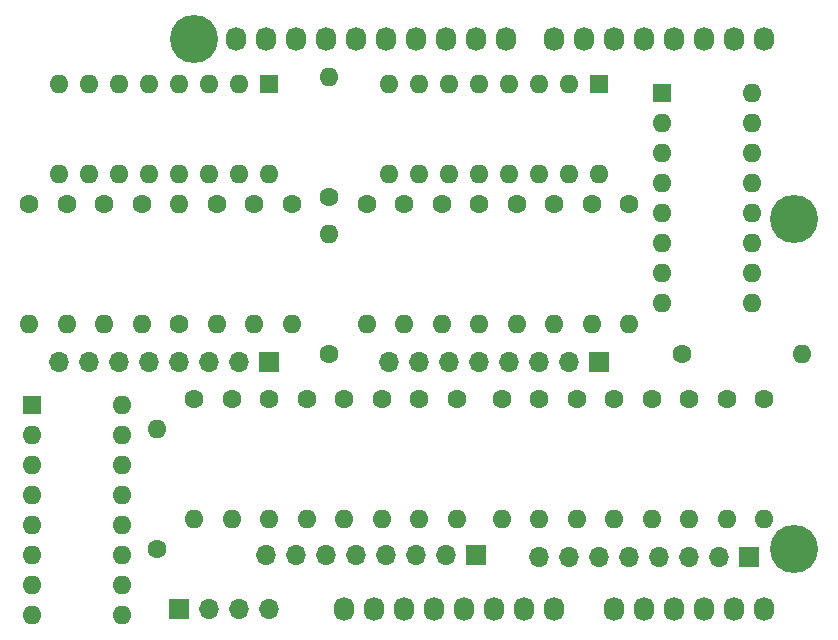
<source format=gbr>
%TF.GenerationSoftware,KiCad,Pcbnew,(5.1.6)-1*%
%TF.CreationDate,2020-07-22T23:00:20+02:00*%
%TF.ProjectId,circuit,63697263-7569-4742-9e6b-696361645f70,rev?*%
%TF.SameCoordinates,Original*%
%TF.FileFunction,Soldermask,Bot*%
%TF.FilePolarity,Negative*%
%FSLAX46Y46*%
G04 Gerber Fmt 4.6, Leading zero omitted, Abs format (unit mm)*
G04 Created by KiCad (PCBNEW (5.1.6)-1) date 2020-07-22 23:00:20*
%MOMM*%
%LPD*%
G01*
G04 APERTURE LIST*
%ADD10O,1.600000X1.600000*%
%ADD11R,1.600000X1.600000*%
%ADD12C,1.600000*%
%ADD13R,1.700000X1.700000*%
%ADD14O,1.700000X1.700000*%
%ADD15O,1.727200X2.032000*%
%ADD16C,4.064000*%
G04 APERTURE END LIST*
D10*
%TO.C,READMUX1*%
X173482000Y-80137000D03*
X165862000Y-97917000D03*
X173482000Y-82677000D03*
X165862000Y-95377000D03*
X173482000Y-85217000D03*
X165862000Y-92837000D03*
X173482000Y-87757000D03*
X165862000Y-90297000D03*
X173482000Y-90297000D03*
X165862000Y-87757000D03*
X173482000Y-92837000D03*
X165862000Y-85217000D03*
X173482000Y-95377000D03*
X165862000Y-82677000D03*
X173482000Y-97917000D03*
D11*
X165862000Y-80137000D03*
%TD*%
D12*
%TO.C,R8W1*%
X112268000Y-89535000D03*
D10*
X112268000Y-99695000D03*
%TD*%
D11*
%TO.C,WRITEMUX1*%
X132588000Y-79375000D03*
D10*
X114808000Y-86995000D03*
X130048000Y-79375000D03*
X117348000Y-86995000D03*
X127508000Y-79375000D03*
X119888000Y-86995000D03*
X124968000Y-79375000D03*
X122428000Y-86995000D03*
X122428000Y-79375000D03*
X124968000Y-86995000D03*
X119888000Y-79375000D03*
X127508000Y-86995000D03*
X117348000Y-79375000D03*
X130048000Y-86995000D03*
X114808000Y-79375000D03*
X132588000Y-86995000D03*
%TD*%
D13*
%TO.C,P10*%
X132588000Y-102870000D03*
D14*
X130048000Y-102870000D03*
X127508000Y-102870000D03*
X124968000Y-102870000D03*
X122428000Y-102870000D03*
X119888000Y-102870000D03*
X117348000Y-102870000D03*
X114808000Y-102870000D03*
%TD*%
D15*
%TO.C,P1*%
X138938000Y-123825000D03*
X141478000Y-123825000D03*
X144018000Y-123825000D03*
X146558000Y-123825000D03*
X149098000Y-123825000D03*
X151638000Y-123825000D03*
X154178000Y-123825000D03*
X156718000Y-123825000D03*
%TD*%
%TO.C,P2*%
X161798000Y-123825000D03*
X164338000Y-123825000D03*
X166878000Y-123825000D03*
X169418000Y-123825000D03*
X171958000Y-123825000D03*
X174498000Y-123825000D03*
%TD*%
%TO.C,P3*%
X129794000Y-75565000D03*
X132334000Y-75565000D03*
X134874000Y-75565000D03*
X137414000Y-75565000D03*
X139954000Y-75565000D03*
X142494000Y-75565000D03*
X145034000Y-75565000D03*
X147574000Y-75565000D03*
X150114000Y-75565000D03*
X152654000Y-75565000D03*
%TD*%
%TO.C,P4*%
X156718000Y-75565000D03*
X159258000Y-75565000D03*
X161798000Y-75565000D03*
X164338000Y-75565000D03*
X166878000Y-75565000D03*
X169418000Y-75565000D03*
X171958000Y-75565000D03*
X174498000Y-75565000D03*
%TD*%
D16*
%TO.C,P6*%
X177038000Y-118745000D03*
%TD*%
%TO.C,P7*%
X126238000Y-75565000D03*
%TD*%
%TO.C,P8*%
X177038000Y-90805000D03*
%TD*%
D13*
%TO.C,P9*%
X173228000Y-119380000D03*
D14*
X170688000Y-119380000D03*
X168148000Y-119380000D03*
X165608000Y-119380000D03*
X163068000Y-119380000D03*
X160528000Y-119380000D03*
X157988000Y-119380000D03*
X155448000Y-119380000D03*
%TD*%
%TO.C,P11*%
X142748000Y-102870000D03*
X145288000Y-102870000D03*
X147828000Y-102870000D03*
X150368000Y-102870000D03*
X152908000Y-102870000D03*
X155448000Y-102870000D03*
X157988000Y-102870000D03*
D13*
X160528000Y-102870000D03*
%TD*%
%TO.C,P12*%
X150114000Y-119253000D03*
D14*
X147574000Y-119253000D03*
X145034000Y-119253000D03*
X142494000Y-119253000D03*
X139954000Y-119253000D03*
X137414000Y-119253000D03*
X134874000Y-119253000D03*
X132334000Y-119253000D03*
%TD*%
D12*
%TO.C,R1R1*%
X174498000Y-106045000D03*
D10*
X174498000Y-116205000D03*
%TD*%
D12*
%TO.C,R1W1*%
X134493000Y-89535000D03*
D10*
X134493000Y-99695000D03*
%TD*%
D12*
%TO.C,R1W2*%
X163068000Y-89535000D03*
D10*
X163068000Y-99695000D03*
%TD*%
%TO.C,R1W3*%
X148463000Y-116205000D03*
D12*
X148463000Y-106045000D03*
%TD*%
D10*
%TO.C,R2R1*%
X171323000Y-116205000D03*
D12*
X171323000Y-106045000D03*
%TD*%
D10*
%TO.C,R2W1*%
X131318000Y-99695000D03*
D12*
X131318000Y-89535000D03*
%TD*%
D10*
%TO.C,R2W2*%
X159893000Y-99695000D03*
D12*
X159893000Y-89535000D03*
%TD*%
%TO.C,R2W3*%
X145288000Y-106045000D03*
D10*
X145288000Y-116205000D03*
%TD*%
D12*
%TO.C,R3R1*%
X168148000Y-106045000D03*
D10*
X168148000Y-116205000D03*
%TD*%
D12*
%TO.C,R3W1*%
X128143000Y-89535000D03*
D10*
X128143000Y-99695000D03*
%TD*%
D12*
%TO.C,R3W2*%
X156718000Y-89535000D03*
D10*
X156718000Y-99695000D03*
%TD*%
%TO.C,R3W3*%
X142113000Y-116205000D03*
D12*
X142113000Y-106045000D03*
%TD*%
D10*
%TO.C,R4R1*%
X164973000Y-116205000D03*
D12*
X164973000Y-106045000D03*
%TD*%
D10*
%TO.C,R4W1*%
X124968000Y-89535000D03*
D12*
X124968000Y-99695000D03*
%TD*%
D10*
%TO.C,R4W2*%
X153543000Y-99695000D03*
D12*
X153543000Y-89535000D03*
%TD*%
%TO.C,R4W3*%
X138938000Y-106045000D03*
D10*
X138938000Y-116205000D03*
%TD*%
D12*
%TO.C,R5R1*%
X161798000Y-106045000D03*
D10*
X161798000Y-116205000D03*
%TD*%
D12*
%TO.C,R5W1*%
X121793000Y-89535000D03*
D10*
X121793000Y-99695000D03*
%TD*%
%TO.C,R5W2*%
X150368000Y-99695000D03*
D12*
X150368000Y-89535000D03*
%TD*%
%TO.C,R5W3*%
X135763000Y-106045000D03*
D10*
X135763000Y-116205000D03*
%TD*%
%TO.C,R6R1*%
X158623000Y-116205000D03*
D12*
X158623000Y-106045000D03*
%TD*%
D10*
%TO.C,R6W1*%
X118618000Y-99695000D03*
D12*
X118618000Y-89535000D03*
%TD*%
D10*
%TO.C,R6W2*%
X147193000Y-99695000D03*
D12*
X147193000Y-89535000D03*
%TD*%
D10*
%TO.C,R6W3*%
X132588000Y-116205000D03*
D12*
X132588000Y-106045000D03*
%TD*%
D10*
%TO.C,R7R1*%
X155448000Y-116205000D03*
D12*
X155448000Y-106045000D03*
%TD*%
D10*
%TO.C,R7W1*%
X115443000Y-99695000D03*
D12*
X115443000Y-89535000D03*
%TD*%
D10*
%TO.C,R7W2*%
X144018000Y-99695000D03*
D12*
X144018000Y-89535000D03*
%TD*%
%TO.C,R7W3*%
X129413000Y-106045000D03*
D10*
X129413000Y-116205000D03*
%TD*%
D12*
%TO.C,R8R1*%
X152273000Y-106045000D03*
D10*
X152273000Y-116205000D03*
%TD*%
D12*
%TO.C,R8W2*%
X140843000Y-89535000D03*
D10*
X140843000Y-99695000D03*
%TD*%
D12*
%TO.C,R8W3*%
X126238000Y-106045000D03*
D10*
X126238000Y-116205000D03*
%TD*%
D12*
%TO.C,RRM1*%
X167513000Y-102235000D03*
D10*
X177673000Y-102235000D03*
%TD*%
%TO.C,RWM1*%
X137668000Y-78740000D03*
D12*
X137668000Y-88900000D03*
%TD*%
%TO.C,RWM2*%
X137668000Y-102235000D03*
D10*
X137668000Y-92075000D03*
%TD*%
D12*
%TO.C,RWM3*%
X123063000Y-118745000D03*
D10*
X123063000Y-108585000D03*
%TD*%
D13*
%TO.C,ScreenConn1*%
X124968000Y-123825000D03*
D14*
X127508000Y-123825000D03*
X130048000Y-123825000D03*
X132588000Y-123825000D03*
%TD*%
D11*
%TO.C,WRITEMUX2*%
X160528000Y-79375000D03*
D10*
X142748000Y-86995000D03*
X157988000Y-79375000D03*
X145288000Y-86995000D03*
X155448000Y-79375000D03*
X147828000Y-86995000D03*
X152908000Y-79375000D03*
X150368000Y-86995000D03*
X150368000Y-79375000D03*
X152908000Y-86995000D03*
X147828000Y-79375000D03*
X155448000Y-86995000D03*
X145288000Y-79375000D03*
X157988000Y-86995000D03*
X142748000Y-79375000D03*
X160528000Y-86995000D03*
%TD*%
%TO.C,WRITEMUX3*%
X120142000Y-106553000D03*
X112522000Y-124333000D03*
X120142000Y-109093000D03*
X112522000Y-121793000D03*
X120142000Y-111633000D03*
X112522000Y-119253000D03*
X120142000Y-114173000D03*
X112522000Y-116713000D03*
X120142000Y-116713000D03*
X112522000Y-114173000D03*
X120142000Y-119253000D03*
X112522000Y-111633000D03*
X120142000Y-121793000D03*
X112522000Y-109093000D03*
X120142000Y-124333000D03*
D11*
X112522000Y-106553000D03*
%TD*%
M02*

</source>
